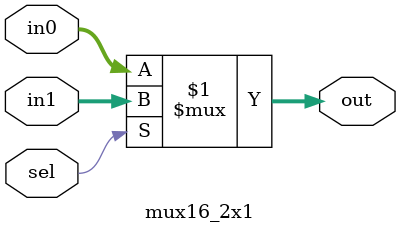
<source format=v>
`timescale 1ns / 1ps

module  mux16_2x1(
    in0,
    in1, 
    sel,
    out      
    );

    input wire [15:0] in0;
    input wire [15:0] in1;
    input wire sel;

    output wire [15:0] out;

    assign out = (sel) ? in1 : in0;

endmodule

</source>
